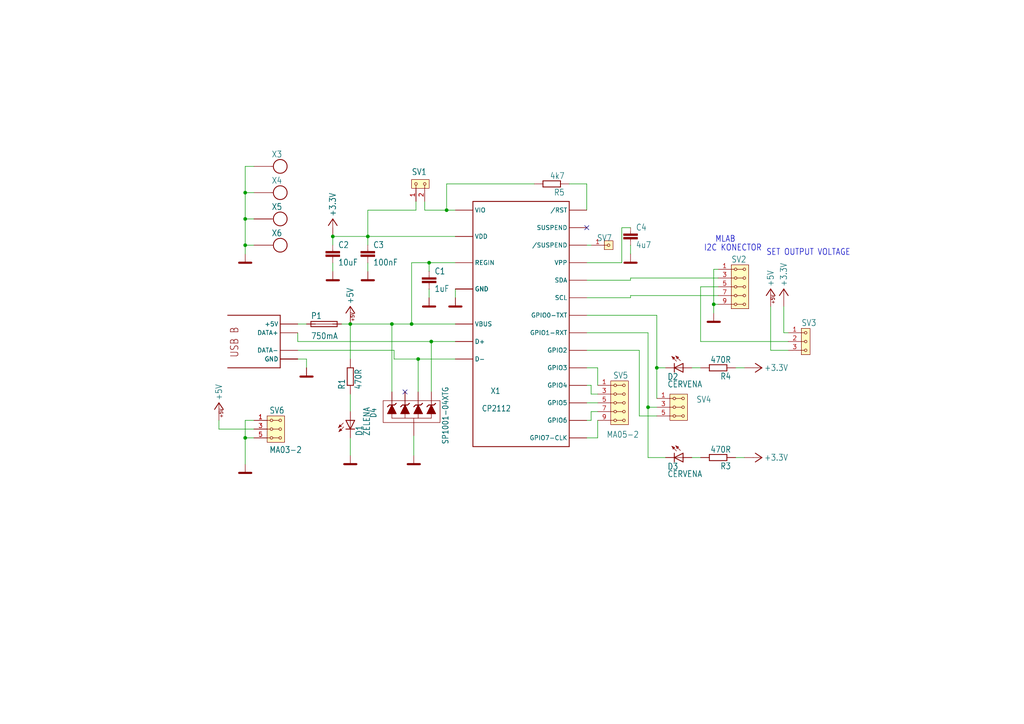
<source format=kicad_sch>
(kicad_sch (version 20211123) (generator eeschema)
  (paper "A4")
  (lib_symbols
    (symbol "MLAB_D:D_4xZENER" (pin_numbers hide) (pin_names (offset 1.016) hide)
      (property "Reference" "D" (at -10.16 3.81 0))
      (property "Value" "D_4xZENER" (at 7.62 -5.08 0))
      (symbol "D_4xZENER_0_1"
        (rectangle (start -7.62 2.54) (end 8.89 -3.81))
        (rectangle (start -5.08 -2.54) (end 1.27 -2.54))
        (rectangle (start -5.08 -1.27) (end -5.08 -2.54))
        (rectangle (start -1.27 -1.27) (end -1.27 -2.54))
        (polyline (pts (xy -5.08 1.27) (xy -3.81 -1.27) (xy -6.35 -1.27) (xy -5.08 1.27) (xy -5.08 1.27)) (fill (type outline)))
        (polyline (pts (xy -5.08 1.27) (xy -3.81 -1.27) (xy -6.35 -1.27) (xy -5.08 1.27) (xy -5.08 1.27)) (fill (type outline)))
        (polyline (pts (xy -5.08 1.27) (xy -3.81 -1.27) (xy -6.35 -1.27) (xy -5.08 1.27) (xy -5.08 1.27)) (fill (type outline)))
        (polyline (pts (xy -5.08 1.27) (xy -3.81 -1.27) (xy -6.35 -1.27) (xy -5.08 1.27) (xy -5.08 1.27)) (fill (type outline)))
        (polyline (pts (xy -3.81 1.778) (xy -4.318 1.27) (xy -5.842 1.27) (xy -6.35 0.762) (xy -6.35 0.762)) (stroke (width 0.2032)))
        (polyline (pts (xy -3.81 1.778) (xy -4.318 1.27) (xy -5.842 1.27) (xy -6.35 0.762) (xy -6.35 0.762)) (stroke (width 0.2032)))
        (polyline (pts (xy -3.81 1.778) (xy -4.318 1.27) (xy -5.842 1.27) (xy -6.35 0.762) (xy -6.35 0.762)) (stroke (width 0.2032)))
        (polyline (pts (xy -3.81 1.778) (xy -4.318 1.27) (xy -5.842 1.27) (xy -6.35 0.762) (xy -6.35 0.762)) (stroke (width 0.2032)))
        (polyline (pts (xy -1.27 1.27) (xy 0 -1.27) (xy -2.54 -1.27) (xy -1.27 1.27) (xy -1.27 1.27)) (fill (type outline)))
        (polyline (pts (xy -1.27 1.27) (xy 0 -1.27) (xy -2.54 -1.27) (xy -1.27 1.27) (xy -1.27 1.27)) (fill (type outline)))
        (polyline (pts (xy -1.27 1.27) (xy 0 -1.27) (xy -2.54 -1.27) (xy -1.27 1.27) (xy -1.27 1.27)) (fill (type outline)))
        (polyline (pts (xy -1.27 1.27) (xy 0 -1.27) (xy -2.54 -1.27) (xy -1.27 1.27) (xy -1.27 1.27)) (fill (type outline)))
        (polyline (pts (xy 0 1.778) (xy -0.508 1.27) (xy -2.032 1.27) (xy -2.54 0.762) (xy -2.54 0.762)) (stroke (width 0.2032)))
        (polyline (pts (xy 0 1.778) (xy -0.508 1.27) (xy -2.032 1.27) (xy -2.54 0.762) (xy -2.54 0.762)) (stroke (width 0.2032)))
        (polyline (pts (xy 0 1.778) (xy -0.508 1.27) (xy -2.032 1.27) (xy -2.54 0.762) (xy -2.54 0.762)) (stroke (width 0.2032)))
        (polyline (pts (xy 0 1.778) (xy -0.508 1.27) (xy -2.032 1.27) (xy -2.54 0.762) (xy -2.54 0.762)) (stroke (width 0.2032)))
        (polyline (pts (xy 2.54 1.27) (xy 3.81 -1.27) (xy 1.27 -1.27) (xy 2.54 1.27) (xy 2.54 1.27)) (fill (type outline)))
        (polyline (pts (xy 2.54 1.27) (xy 3.81 -1.27) (xy 1.27 -1.27) (xy 2.54 1.27) (xy 2.54 1.27)) (fill (type outline)))
        (polyline (pts (xy 2.54 1.27) (xy 3.81 -1.27) (xy 1.27 -1.27) (xy 2.54 1.27) (xy 2.54 1.27)) (fill (type outline)))
        (polyline (pts (xy 2.54 1.27) (xy 3.81 -1.27) (xy 1.27 -1.27) (xy 2.54 1.27) (xy 2.54 1.27)) (fill (type outline)))
        (polyline (pts (xy 3.81 1.778) (xy 3.302 1.27) (xy 1.778 1.27) (xy 1.27 0.762) (xy 1.27 0.762)) (stroke (width 0.2032)))
        (polyline (pts (xy 3.81 1.778) (xy 3.302 1.27) (xy 1.778 1.27) (xy 1.27 0.762) (xy 1.27 0.762)) (stroke (width 0.2032)))
        (polyline (pts (xy 3.81 1.778) (xy 3.302 1.27) (xy 1.778 1.27) (xy 1.27 0.762) (xy 1.27 0.762)) (stroke (width 0.2032)))
        (polyline (pts (xy 3.81 1.778) (xy 3.302 1.27) (xy 1.778 1.27) (xy 1.27 0.762) (xy 1.27 0.762)) (stroke (width 0.2032)))
        (polyline (pts (xy 6.35 1.27) (xy 7.62 -1.27) (xy 5.08 -1.27) (xy 6.35 1.27) (xy 6.35 1.27)) (fill (type outline)))
        (polyline (pts (xy 6.35 1.27) (xy 7.62 -1.27) (xy 5.08 -1.27) (xy 6.35 1.27) (xy 6.35 1.27)) (fill (type outline)))
        (polyline (pts (xy 6.35 1.27) (xy 7.62 -1.27) (xy 5.08 -1.27) (xy 6.35 1.27) (xy 6.35 1.27)) (fill (type outline)))
        (polyline (pts (xy 6.35 1.27) (xy 7.62 -1.27) (xy 5.08 -1.27) (xy 6.35 1.27) (xy 6.35 1.27)) (fill (type outline)))
        (polyline (pts (xy 7.62 1.778) (xy 7.112 1.27) (xy 5.588 1.27) (xy 5.08 0.762) (xy 5.08 0.762)) (stroke (width 0.2032)))
        (polyline (pts (xy 7.62 1.778) (xy 7.112 1.27) (xy 5.588 1.27) (xy 5.08 0.762) (xy 5.08 0.762)) (stroke (width 0.2032)))
        (polyline (pts (xy 7.62 1.778) (xy 7.112 1.27) (xy 5.588 1.27) (xy 5.08 0.762) (xy 5.08 0.762)) (stroke (width 0.2032)))
        (polyline (pts (xy 7.62 1.778) (xy 7.112 1.27) (xy 5.588 1.27) (xy 5.08 0.762) (xy 5.08 0.762)) (stroke (width 0.2032)))
        (rectangle (start 1.27 -2.54) (end 1.27 -3.81))
        (rectangle (start 2.54 -1.27) (end 2.54 -2.54))
        (rectangle (start 6.35 -2.54) (end 1.27 -2.54))
        (rectangle (start 6.35 -1.27) (end 6.35 -2.54))
      )
      (symbol "D_4xZENER_1_1"
        (pin passive line (at -5.08 5.08 270) (length 3.81) (name "~") (number "1"))
        (pin passive line (at 1.27 -7.62 90) (length 3.81) (name "~") (number "2"))
        (pin passive line (at -1.27 5.08 270) (length 3.81) (name "~") (number "3"))
        (pin passive line (at 2.54 5.08 270) (length 3.81) (name "~") (number "4"))
        (pin passive line (at 6.35 5.08 270) (length 3.81) (name "~") (number "5"))
      )
    )
    (symbol "MLAB_HEADER:HEADER_1x01" (pin_names (offset 1.016))
      (property "Reference" "J" (at 0 -2.54 0))
      (property "Value" "HEADER_1x01" (at 0 2.54 0))
      (symbol "HEADER_1x01_0_1"
        (rectangle (start -1.27 1.27) (end 1.27 -1.27) (fill (type background)))
        (polyline (pts (xy -1.27 0) (xy -0.381 0)))
        (circle (center 0 0) (radius 0.381))
      )
      (symbol "HEADER_1x01_1_1"
        (pin input line (at -5.08 0 0) (length 3.81) (name "~") (number "1"))
      )
    )
    (symbol "MLAB_HEADER:HEADER_1x02" (pin_names (offset 1.016))
      (property "Reference" "J" (at 0 -3.81 0))
      (property "Value" "HEADER_1x02" (at 0 3.81 0))
      (symbol "HEADER_1x02_0_1"
        (rectangle (start -1.27 2.54) (end 1.27 -2.54) (fill (type background)))
        (circle (center 0 -1.27) (radius 0.381))
        (polyline (pts (xy -1.27 -1.27) (xy -0.381 -1.27)))
        (polyline (pts (xy -1.27 1.27) (xy -0.381 1.27)))
        (circle (center 0 1.27) (radius 0.381))
      )
      (symbol "HEADER_1x02_1_1"
        (pin input line (at -5.08 1.27 0) (length 3.81) (name "~") (number "1"))
        (pin input line (at -5.08 -1.27 0) (length 3.81) (name "~") (number "2"))
      )
    )
    (symbol "MLAB_HEADER:HEADER_1x03" (pin_names (offset 1.016))
      (property "Reference" "J" (at 0 -5.08 0))
      (property "Value" "HEADER_1x03" (at 0 5.08 0))
      (symbol "HEADER_1x03_0_1"
        (rectangle (start -1.27 3.81) (end 1.27 -3.81) (fill (type background)))
        (circle (center 0 -2.54) (radius 0.381))
        (polyline (pts (xy -1.27 -2.54) (xy -0.381 -2.54)))
        (polyline (pts (xy -1.27 0) (xy -0.381 0)))
        (polyline (pts (xy -1.27 2.54) (xy -0.381 2.54)))
        (circle (center 0 0) (radius 0.381))
        (circle (center 0 2.54) (radius 0.381))
      )
      (symbol "HEADER_1x03_1_1"
        (pin input line (at -5.08 2.54 0) (length 3.81) (name "~") (number "1"))
        (pin input line (at -5.08 0 0) (length 3.81) (name "~") (number "2"))
        (pin input line (at -5.08 -2.54 0) (length 3.81) (name "~") (number "3"))
      )
    )
    (symbol "MLAB_HEADER:HEADER_2x03_PARALLEL" (pin_names (offset 1.016))
      (property "Reference" "J" (at 0 -5.08 0))
      (property "Value" "HEADER_2x03_PARALLEL" (at 0 5.08 0))
      (symbol "HEADER_2x03_PARALLEL_0_1"
        (rectangle (start -2.54 3.81) (end 2.54 -3.81) (fill (type background)))
        (circle (center -1.27 -2.54) (radius 0.381))
        (circle (center -1.27 0) (radius 0.381))
        (circle (center -1.27 2.54) (radius 0.381))
        (polyline (pts (xy -1.651 -2.54) (xy -2.54 -2.54)))
        (polyline (pts (xy -1.651 0) (xy -2.54 0)))
        (polyline (pts (xy -1.651 2.54) (xy -2.54 2.54)))
        (polyline (pts (xy -0.889 -2.54) (xy 0.889 -2.54)))
        (polyline (pts (xy -0.889 0) (xy 0.889 0)))
        (polyline (pts (xy -0.889 2.54) (xy 0.889 2.54)))
        (circle (center 1.27 -2.54) (radius 0.381))
        (circle (center 1.27 0) (radius 0.381))
        (circle (center 1.27 2.54) (radius 0.381))
      )
      (symbol "HEADER_2x03_PARALLEL_1_1"
        (pin input line (at -6.35 2.54 0) (length 3.81) (name "~") (number "1"))
        (pin input line (at -6.35 2.54 0) (length 3.81) hide (name "~") (number "2"))
        (pin input line (at -6.35 0 0) (length 3.81) (name "~") (number "3"))
        (pin input line (at -6.35 0 0) (length 3.81) hide (name "~") (number "4"))
        (pin input line (at -6.35 -2.54 0) (length 3.81) (name "~") (number "5"))
        (pin input line (at -6.35 -2.54 0) (length 3.81) hide (name "~") (number "6"))
      )
    )
    (symbol "MLAB_HEADER:HEADER_2x05_PARALLEL" (pin_names (offset 1.016))
      (property "Reference" "J" (at 0 -7.62 0))
      (property "Value" "HEADER_2x05_PARALLEL" (at 0 7.62 0))
      (symbol "HEADER_2x05_PARALLEL_0_1"
        (rectangle (start -2.54 6.35) (end 2.54 -6.35) (fill (type background)))
        (circle (center -1.27 -5.08) (radius 0.381))
        (circle (center -1.27 -2.54) (radius 0.381))
        (circle (center -1.27 0) (radius 0.381))
        (circle (center -1.27 2.54) (radius 0.381))
        (circle (center -1.27 5.08) (radius 0.381))
        (polyline (pts (xy -1.651 -5.08) (xy -2.54 -5.08)))
        (polyline (pts (xy -1.651 -2.54) (xy -2.54 -2.54)))
        (polyline (pts (xy -1.651 0) (xy -2.54 0)))
        (polyline (pts (xy -1.651 2.54) (xy -2.54 2.54)))
        (polyline (pts (xy -1.651 5.08) (xy -2.54 5.08)))
        (polyline (pts (xy -0.889 -5.08) (xy 0.889 -5.08)))
        (polyline (pts (xy -0.889 -2.54) (xy 0.889 -2.54)))
        (polyline (pts (xy -0.889 0) (xy 0.889 0)))
        (polyline (pts (xy -0.889 2.54) (xy 0.889 2.54)))
        (polyline (pts (xy -0.889 5.08) (xy 0.889 5.08)))
        (circle (center 1.27 -5.08) (radius 0.381))
        (circle (center 1.27 -2.54) (radius 0.381))
        (circle (center 1.27 0) (radius 0.381))
        (circle (center 1.27 2.54) (radius 0.381))
        (circle (center 1.27 5.08) (radius 0.381))
      )
      (symbol "HEADER_2x05_PARALLEL_1_1"
        (pin input line (at -6.35 5.08 0) (length 3.81) (name "~") (number "1"))
        (pin input line (at -6.35 -5.08 0) (length 3.81) hide (name "~") (number "10"))
        (pin input line (at -6.35 5.08 0) (length 3.81) hide (name "~") (number "2"))
        (pin input line (at -6.35 2.54 0) (length 3.81) (name "~") (number "3"))
        (pin input line (at -6.35 2.54 0) (length 3.81) hide (name "~") (number "4"))
        (pin input line (at -6.35 0 0) (length 3.81) (name "~") (number "5"))
        (pin input line (at -6.35 0 0) (length 3.81) hide (name "~") (number "6"))
        (pin input line (at -6.35 -2.54 0) (length 3.81) (name "~") (number "7"))
        (pin input line (at -6.35 -2.54 0) (length 3.81) hide (name "~") (number "8"))
        (pin input line (at -6.35 -5.08 0) (length 3.81) (name "~") (number "9"))
      )
    )
    (symbol "untitled-eagle-import:+3.3V" (power)
      (property "Value" "+3.3V" (at 0.9525 3.175 90))
      (symbol "+3.3V_1_0"
        (polyline (pts (xy -1.27 0.635) (xy 0 2.54)) (stroke (width 0.254)))
        (polyline (pts (xy 0 0.0001) (xy 0 2.54)) (stroke (width 0.1524)))
        (polyline (pts (xy 0 2.54) (xy 1.27 0.635)) (stroke (width 0.254)))
        (pin power_in line (at 0 -2.54 90) (length 2.54) (name "+3.3V") (number "1"))
      )
    )
    (symbol "untitled-eagle-import:+5V" (power)
      (property "Value" "+5V" (at 0.9525 3.175 90))
      (symbol "+5V_1_0"
        (polyline (pts (xy -1.27 0.635) (xy 0 2.54)) (stroke (width 0.254)))
        (polyline (pts (xy 0 0.0001) (xy 0 2.54)) (stroke (width 0.1524)))
        (polyline (pts (xy 0 2.54) (xy 1.27 0.635)) (stroke (width 0.254)))
        (text "+5V" (at 1.27 -1.905 900) (effects (font (size 1.016 0.8636)) (justify left bottom)))
        (pin power_in line (at 0 -2.54 90) (length 2.54) (name "+5V") (number "1"))
      )
    )
    (symbol "untitled-eagle-import:C0805"
      (property "Reference" "C" (at 1.524 1.651 0))
      (property "Value" "C0805" (at 1.524 -3.429 0))
      (symbol "C0805_1_0"
        (rectangle (start -2.032 -0.762) (end 2.032 -0.254) (fill (type outline)))
        (rectangle (start -2.032 0.254) (end 2.032 0.762) (fill (type outline)))
        (polyline (pts (xy 0 -1.27) (xy 0 -2.54)) (stroke (width 0.127)))
        (polyline (pts (xy 0 -1.27) (xy 0 -0.762)) (stroke (width 0.1524)))
        (polyline (pts (xy 0 1.27) (xy 0 0.762)) (stroke (width 0.1524)))
        (polyline (pts (xy 0 1.27) (xy 0 2.54)) (stroke (width 0.127)))
        (pin passive line (at 0 2.54 270) (length 0) (name "1") (number "1"))
        (pin passive line (at 0 -2.54 90) (length 0) (name "2") (number "2"))
      )
    )
    (symbol "untitled-eagle-import:CP2112"
      (property "Reference" "X" (at 63.5 30.48 0))
      (property "Value" "CP2112" (at 63.5 27.94 0))
      (symbol "CP2112_1_0"
        (polyline (pts (xy 60.96 -45.72) (xy 60.96 25.4)) (stroke (width 0.254)))
        (polyline (pts (xy 60.96 25.4) (xy 88.9 25.4)) (stroke (width 0.254)))
        (polyline (pts (xy 88.9 -45.72) (xy 60.96 -45.72)) (stroke (width 0.254)))
        (polyline (pts (xy 88.9 25.4) (xy 88.9 -45.72)) (stroke (width 0.254)))
        (pin bidirectional line (at 93.98 2.54 180) (length 5.08) (name "SDA") (number "P$1"))
        (pin bidirectional line (at 93.98 17.78 180) (length 5.08) (name "SUSPEND") (number "P$11"))
        (pin bidirectional line (at 93.98 -43.18 180) (length 5.08) (name "GPIO7-CLK") (number "P$12"))
        (pin bidirectional line (at 93.98 -38.1 180) (length 5.08) (name "GPIO6") (number "P$13"))
        (pin bidirectional line (at 93.98 -33.02 180) (length 5.08) (name "GPIO5") (number "P$14"))
        (pin bidirectional line (at 93.98 -27.94 180) (length 5.08) (name "GPIO4") (number "P$15"))
        (pin bidirectional line (at 93.98 7.62 180) (length 5.08) (name "VPP") (number "P$16"))
        (pin bidirectional line (at 93.98 12.7 180) (length 5.08) (name "/SUSPEND") (number "P$17"))
        (pin bidirectional line (at 55.88 0 0) (length 5.08) (name "GND") (number "P$2"))
        (pin bidirectional line (at 93.98 -22.86 180) (length 5.08) (name "GPIO3") (number "P$20"))
        (pin bidirectional line (at 93.98 -17.78 180) (length 5.08) (name "GPIO2") (number "P$21"))
        (pin bidirectional line (at 93.98 -12.7 180) (length 5.08) (name "GPIO1-RXT") (number "P$22"))
        (pin bidirectional line (at 93.98 -7.62 180) (length 5.08) (name "GPIO0-TXT") (number "P$23"))
        (pin bidirectional line (at 93.98 -2.54 180) (length 5.08) (name "SCL") (number "P$24"))
        (pin bidirectional line (at 55.88 0 0) (length 5.08) (name "GND") (number "P$25"))
        (pin bidirectional line (at 55.88 -15.24 0) (length 5.08) (name "D+") (number "P$3"))
        (pin bidirectional line (at 55.88 -20.32 0) (length 5.08) (name "D-") (number "P$4"))
        (pin bidirectional line (at 55.88 22.86 0) (length 5.08) (name "VIO") (number "P$5"))
        (pin bidirectional line (at 55.88 15.24 0) (length 5.08) (name "VDD") (number "P$6"))
        (pin bidirectional line (at 55.88 7.62 0) (length 5.08) (name "REGIN") (number "P$7"))
        (pin bidirectional line (at 55.88 -10.16 0) (length 5.08) (name "VBUS") (number "P$8"))
        (pin bidirectional line (at 93.98 22.86 180) (length 5.08) (name "/RST") (number "P$9"))
      )
    )
    (symbol "untitled-eagle-import:GND" (power)
      (symbol "GND_1_0"
        (polyline (pts (xy -1.7463 -2.5401) (xy 1.7463 -2.5401)) (stroke (width 0.6096)))
        (pin power_in line (at 0 0 270) (length 2.54) (name "GND") (number "1"))
      )
    )
    (symbol "untitled-eagle-import:LED1206_2"
      (property "Reference" "D" (at 3.556 -2.032 90))
      (property "Value" "LED1206_2" (at 5.715 -2.032 90))
      (symbol "LED1206_2_1_0"
        (polyline (pts (xy -2.032 1.778) (xy -3.429 0.381)) (stroke (width 0.1524)))
        (polyline (pts (xy -1.905 0.635) (xy -3.302 -0.762)) (stroke (width 0.1524)))
        (polyline (pts (xy 0 0) (xy -1.27 0)) (stroke (width 0.254)))
        (polyline (pts (xy 0 0) (xy -1.27 2.54)) (stroke (width 0.254)))
        (polyline (pts (xy 0 2.54) (xy -1.27 2.54)) (stroke (width 0.254)))
        (polyline (pts (xy 0 2.54) (xy 0 0)) (stroke (width 0.1524)))
        (polyline (pts (xy 1.27 0) (xy 0 0)) (stroke (width 0.254)))
        (polyline (pts (xy 1.27 2.54) (xy 0 0)) (stroke (width 0.254)))
        (polyline (pts (xy 1.27 2.54) (xy 0 2.54)) (stroke (width 0.254)))
        (polyline (pts (xy -3.429 0.381) (xy -3.048 1.27) (xy -2.54 0.762)) (fill (type outline)))
        (polyline (pts (xy -3.302 -0.762) (xy -2.921 0.127) (xy -2.413 -0.381)) (fill (type outline)))
        (pin passive line (at 0 5.08 270) (length 2.54) (name "A") (number "A"))
        (pin passive line (at 0 -2.54 90) (length 2.54) (name "C") (number "K"))
      )
    )
    (symbol "untitled-eagle-import:POJISTKA_1812"
      (property "Reference" "P" (at -3.81 1.397 0))
      (property "Value" "POJISTKA_1812" (at -3.81 -2.921 0))
      (symbol "POJISTKA_1812_1_0"
        (polyline (pts (xy -3.81 -0.762) (xy 3.81 -0.762)) (stroke (width 0.254)))
        (polyline (pts (xy -3.81 0.762) (xy -3.81 -0.762)) (stroke (width 0.254)))
        (polyline (pts (xy -2.54 0) (xy 2.54 0)) (stroke (width 0.1524)))
        (polyline (pts (xy 3.81 -0.762) (xy 3.81 0.762)) (stroke (width 0.254)))
        (polyline (pts (xy 3.81 0.762) (xy -3.81 0.762)) (stroke (width 0.254)))
        (pin passive line (at -5.08 0 0) (length 2.54) (name "1") (number "1"))
        (pin passive line (at 5.08 0 180) (length 2.54) (name "2") (number "2"))
      )
    )
    (symbol "untitled-eagle-import:R0805"
      (property "Reference" "R" (at -3.81 1.4986 0))
      (property "Value" "R0805" (at -3.81 -3.302 0))
      (symbol "R0805_1_0"
        (polyline (pts (xy -2.54 -0.889) (xy -2.54 0.889)) (stroke (width 0.254)))
        (polyline (pts (xy -2.54 -0.889) (xy 2.54 -0.889)) (stroke (width 0.254)))
        (polyline (pts (xy 2.54 -0.889) (xy 2.54 0.889)) (stroke (width 0.254)))
        (polyline (pts (xy 2.54 0.889) (xy -2.54 0.889)) (stroke (width 0.254)))
        (pin passive line (at -5.08 0 0) (length 2.54) (name "1") (number "1"))
        (pin passive line (at 5.08 0 180) (length 2.54) (name "2") (number "2"))
      )
    )
    (symbol "untitled-eagle-import:SROUB3M"
      (property "Reference" "X" (at -2.54 2.54 0))
      (symbol "SROUB3M_1_0"
        (polyline (pts (xy -2.54 0) (xy -2.032 0)) (stroke (width 0.1778)))
        (circle (center 0 0) (radius 2) (stroke (width 0.254)))
        (pin bidirectional line (at -7.62 0 0) (length 5.08) (name "P$1") (number "P$1"))
      )
    )
    (symbol "untitled-eagle-import:USB_B"
      (symbol "USB_B_1_0"
        (polyline (pts (xy 0 -7.62) (xy -15.24 -7.62)) (stroke (width 0.254)))
        (polyline (pts (xy 0 -7.62) (xy 0 7.62)) (stroke (width 0.254)))
        (polyline (pts (xy 0 7.62) (xy -15.24 7.62)) (stroke (width 0.254)))
        (text "USB B" (at -12 -4.7 900) (effects (font (size 2.1844 1.8567)) (justify left bottom)))
        (pin bidirectional line (at 5.08 5.08 180) (length 5.08) (name "+5V") (number "1"))
        (pin bidirectional line (at 5.08 -2.54 180) (length 5.08) (name "DATA-") (number "2"))
        (pin bidirectional line (at 5.08 2.54 180) (length 5.08) (name "DATA+") (number "3"))
        (pin bidirectional line (at 5.08 -5.08 180) (length 5.08) (name "GND") (number "4"))
        (pin bidirectional line (at 5.08 -5.08 180) (length 5.08) (name "GND") (number "GND"))
        (pin bidirectional line (at 5.08 -5.08 180) (length 5.08) (name "GND") (number "GND2"))
      )
    )
  )
  (junction (at 106.68 68.58))
  (junction (at 119.38 93.98))
  (junction (at 71.12 55.88))
  (junction (at 187.96 118.11))
  (junction (at 190.5 106.68))
  (junction (at 96.52 68.58))
  (junction (at 207.01 88.265))
  (junction (at 101.6 93.98))
  (junction (at 124.46 76.2))
  (junction (at 125.095 99.06))
  (junction (at 129.54 60.96))
  (junction (at 71.12 127))
  (junction (at 71.12 71.12))
  (junction (at 71.12 63.5))
  (junction (at 121.285 104.14))
  (junction (at 113.665 93.98))
  (no_connect (at 170.18 66.04))
  (no_connect (at 117.475 113.665))
  (wire (pts (xy 119.38 76.2) (xy 119.38 93.98)))
  (wire (pts (xy 101.6 119.38) (xy 101.6 114.3)))
  (wire (pts (xy 86.36 96.52) (xy 86.36 99.06)))
  (wire (pts (xy 215.9 132.715) (xy 213.36 132.715)))
  (wire (pts (xy 207.01 90.805) (xy 207.01 88.265)))
  (wire (pts (xy 121.285 113.665) (xy 121.285 104.14)))
  (wire (pts (xy 106.68 71.12) (xy 106.68 68.58)))
  (wire (pts (xy 73.66 127) (xy 71.12 127)))
  (wire (pts (xy 123.19 60.96) (xy 123.19 58.42)))
  (wire (pts (xy 73.66 71.12) (xy 71.12 71.12)))
  (wire (pts (xy 173.355 106.68) (xy 173.355 111.76)))
  (wire (pts (xy 228.6 101.6) (xy 223.52 101.6)))
  (wire (pts (xy 73.66 121.92) (xy 71.12 121.92)))
  (wire (pts (xy 101.6 93.98) (xy 113.665 93.98)))
  (wire (pts (xy 123.19 60.96) (xy 129.54 60.96)))
  (wire (pts (xy 180.34 66.04) (xy 180.34 76.2)))
  (wire (pts (xy 121.285 104.14) (xy 132.08 104.14)))
  (wire (pts (xy 187.96 96.52) (xy 187.96 118.11)))
  (wire (pts (xy 71.12 55.88) (xy 71.12 63.5)))
  (wire (pts (xy 170.18 96.52) (xy 187.96 96.52)))
  (wire (pts (xy 113.665 93.98) (xy 119.38 93.98)))
  (wire (pts (xy 223.52 88.9) (xy 223.52 101.6)))
  (wire (pts (xy 106.68 68.58) (xy 96.52 68.58)))
  (wire (pts (xy 182.88 81.28) (xy 170.18 81.28)))
  (wire (pts (xy 99.06 93.98) (xy 101.6 93.98)))
  (wire (pts (xy 113.665 113.665) (xy 113.665 93.98)))
  (wire (pts (xy 88.9 104.14) (xy 88.9 106.68)))
  (wire (pts (xy 101.6 93.98) (xy 101.6 104.14)))
  (wire (pts (xy 170.18 76.2) (xy 180.34 76.2)))
  (wire (pts (xy 114.3 104.14) (xy 121.285 104.14)))
  (wire (pts (xy 227.33 96.52) (xy 228.6 96.52)))
  (wire (pts (xy 171.45 121.92) (xy 170.18 121.92)))
  (wire (pts (xy 182.88 85.725) (xy 182.88 86.36)))
  (wire (pts (xy 71.12 48.26) (xy 71.12 55.88)))
  (wire (pts (xy 124.46 76.2) (xy 119.38 76.2)))
  (wire (pts (xy 173.355 114.3) (xy 171.45 114.3)))
  (wire (pts (xy 63.5 124.46) (xy 63.5 121.92)))
  (wire (pts (xy 73.66 55.88) (xy 71.12 55.88)))
  (wire (pts (xy 124.46 86.36) (xy 124.46 83.82)))
  (wire (pts (xy 86.36 101.6) (xy 114.3 101.6)))
  (wire (pts (xy 71.12 71.12) (xy 71.12 73.66)))
  (wire (pts (xy 190.5 120.65) (xy 185.42 120.65)))
  (wire (pts (xy 129.54 53.34) (xy 129.54 60.96)))
  (wire (pts (xy 125.095 99.06) (xy 132.08 99.06)))
  (wire (pts (xy 182.88 71.12) (xy 182.88 73.66)))
  (wire (pts (xy 203.2 132.715) (xy 200.66 132.715)))
  (wire (pts (xy 170.18 71.12) (xy 171.45 71.12)))
  (wire (pts (xy 132.08 60.96) (xy 129.54 60.96)))
  (wire (pts (xy 132.08 68.58) (xy 106.68 68.58)))
  (wire (pts (xy 119.38 93.98) (xy 132.08 93.98)))
  (wire (pts (xy 182.88 86.36) (xy 170.18 86.36)))
  (wire (pts (xy 132.08 86.36) (xy 132.08 83.82)))
  (wire (pts (xy 215.9 106.68) (xy 213.36 106.68)))
  (wire (pts (xy 73.66 124.46) (xy 63.5 124.46)))
  (wire (pts (xy 203.2 83.185) (xy 208.28 83.185)))
  (wire (pts (xy 170.18 127) (xy 173.355 127)))
  (wire (pts (xy 88.9 93.98) (xy 86.36 93.98)))
  (wire (pts (xy 193.04 106.68) (xy 190.5 106.68)))
  (wire (pts (xy 173.355 127) (xy 173.355 121.92)))
  (wire (pts (xy 71.12 121.92) (xy 71.12 127)))
  (wire (pts (xy 187.96 118.11) (xy 187.96 132.715)))
  (wire (pts (xy 190.5 118.11) (xy 187.96 118.11)))
  (wire (pts (xy 182.88 66.04) (xy 180.34 66.04)))
  (wire (pts (xy 71.12 127) (xy 71.12 134.62)))
  (wire (pts (xy 208.28 88.265) (xy 207.01 88.265)))
  (wire (pts (xy 170.18 101.6) (xy 185.42 101.6)))
  (wire (pts (xy 171.45 111.76) (xy 170.18 111.76)))
  (wire (pts (xy 165.1 53.34) (xy 170.18 53.34)))
  (wire (pts (xy 208.28 80.645) (xy 182.88 80.645)))
  (wire (pts (xy 208.28 85.725) (xy 182.88 85.725)))
  (wire (pts (xy 173.355 119.38) (xy 171.45 119.38)))
  (wire (pts (xy 120.015 126.365) (xy 120.015 132.08)))
  (wire (pts (xy 170.18 53.34) (xy 170.18 60.96)))
  (wire (pts (xy 203.2 99.06) (xy 203.2 83.185)))
  (wire (pts (xy 154.94 53.34) (xy 129.54 53.34)))
  (wire (pts (xy 190.5 106.68) (xy 190.5 115.57)))
  (wire (pts (xy 125.095 113.665) (xy 125.095 99.06)))
  (wire (pts (xy 73.66 63.5) (xy 71.12 63.5)))
  (wire (pts (xy 124.46 78.74) (xy 124.46 76.2)))
  (wire (pts (xy 114.3 101.6) (xy 114.3 104.14)))
  (wire (pts (xy 182.88 80.645) (xy 182.88 81.28)))
  (wire (pts (xy 96.52 78.74) (xy 96.52 76.2)))
  (wire (pts (xy 208.28 78.105) (xy 207.01 78.105)))
  (wire (pts (xy 120.65 60.96) (xy 120.65 58.42)))
  (wire (pts (xy 86.36 99.06) (xy 125.095 99.06)))
  (wire (pts (xy 101.6 132.08) (xy 101.6 127)))
  (wire (pts (xy 171.45 114.3) (xy 171.45 111.76)))
  (wire (pts (xy 96.52 68.58) (xy 96.52 71.12)))
  (wire (pts (xy 200.66 106.68) (xy 203.2 106.68)))
  (wire (pts (xy 207.01 88.265) (xy 207.01 78.105)))
  (wire (pts (xy 73.66 48.26) (xy 71.12 48.26)))
  (wire (pts (xy 106.68 60.96) (xy 106.68 68.58)))
  (wire (pts (xy 106.68 60.96) (xy 120.65 60.96)))
  (wire (pts (xy 190.5 91.44) (xy 190.5 106.68)))
  (wire (pts (xy 106.68 78.74) (xy 106.68 76.2)))
  (wire (pts (xy 170.18 116.84) (xy 173.355 116.84)))
  (wire (pts (xy 170.18 106.68) (xy 173.355 106.68)))
  (wire (pts (xy 86.36 104.14) (xy 88.9 104.14)))
  (wire (pts (xy 171.45 119.38) (xy 171.45 121.92)))
  (wire (pts (xy 203.2 99.06) (xy 228.6 99.06)))
  (wire (pts (xy 170.18 91.44) (xy 190.5 91.44)))
  (wire (pts (xy 71.12 63.5) (xy 71.12 71.12)))
  (wire (pts (xy 132.08 76.2) (xy 124.46 76.2)))
  (wire (pts (xy 193.04 132.715) (xy 187.96 132.715)))
  (wire (pts (xy 185.42 101.6) (xy 185.42 120.65)))
  (wire (pts (xy 227.33 88.9) (xy 227.33 96.52)))
  (text "MLAB" (at 213.36 70.485 180) (effects (font (size 1.778 1.5113)) (justify right bottom)))
  (text "I2C KONECTOR" (at 220.98 73.025 180) (effects (font (size 1.778 1.5113)) (justify right bottom)))
  (text "SET OUTPUT VOLTAGE" (at 222.25 74.295 180) (effects (font (size 1.778 1.5113)) (justify left bottom)))
  (symbol (lib_id "untitled-eagle-import:C0805") (at 96.52 73.66 0) (unit 1)
    (property "Reference" "C2" (at 98.044 72.009 0) (effects (font (size 1.778 1.5113)) (justify left bottom)))
    (property "Value" "10uF" (at 98.044 77.089 0) (effects (font (size 1.778 1.5113)) (justify left bottom)))
    (property "Footprint" "Capacitor_SMD:C_0805_2012Metric" (effects hide))
    (property "UST_ID" "5c70984812875079b91f8bbd" (effects hide))
  )
  (symbol (lib_id "untitled-eagle-import:SROUB3M") (at 81.28 71.12 0) (unit 1)
    (property "Reference" "X6" (at 78.74 68.58 0) (effects (font (size 1.778 1.5113)) (justify left bottom)))
    (property "Value" "SROUB3M" (effects hide))
    (property "Footprint" "untitled:SROUB3M" (effects hide))
  )
  (symbol (lib_id "untitled-eagle-import:R0805") (at 160.02 53.34 180) (unit 1)
    (property "Reference" "R5" (at 163.83 54.8386 0) (effects (font (size 1.778 1.5113)) (justify left bottom)))
    (property "Value" "4k7" (at 163.83 50.038 0) (effects (font (size 1.778 1.5113)) (justify left bottom)))
    (property "Footprint" "untitled:0805" (effects hide))
    (property "UST_ID" "5c70984612875079b91f8995" (effects hide))
  )
  (symbol (lib_id "untitled-eagle-import:SROUB3M") (at 81.28 63.5 0) (unit 1)
    (property "Reference" "X5" (at 78.74 60.96 0) (effects (font (size 1.778 1.5113)) (justify left bottom)))
    (property "Value" "SROUB3M" (effects hide))
    (property "Footprint" "untitled:SROUB3M" (effects hide))
  )
  (symbol (lib_id "untitled-eagle-import:USB_B") (at 81.28 99.06 0) (unit 1)
    (property "Reference" "X2" (effects hide))
    (property "Value" "USB_B" (effects hide))
    (property "Footprint" "untitled:USB_B" (effects hide))
    (property "UST_ID" "5c70984412875079b91f87a8" (effects hide))
  )
  (symbol (lib_id "untitled-eagle-import:LED1206_2") (at 195.58 106.68 270) (unit 1)
    (property "Reference" "D2" (at 193.548 110.236 90) (effects (font (size 1.778 1.5113)) (justify left bottom)))
    (property "Value" "CERVENA" (at 193.548 112.395 90) (effects (font (size 1.778 1.5113)) (justify left bottom)))
    (property "Footprint" "untitled:1206_2" (effects hide))
    (property "UST_ID" "5c70984412875079b91f8896" (effects hide))
  )
  (symbol (lib_id "untitled-eagle-import:GND") (at 71.12 134.62 0) (unit 1)
    (property "Reference" "#U$018" (effects hide))
    (property "Value" "GND" (effects hide))
    (property "Footprint" "untitled:" (effects hide))
  )
  (symbol (lib_id "MLAB_HEADER:HEADER_2x03_PARALLEL") (at 196.85 118.11 0) (unit 1)
    (property "Reference" "SV4" (at 201.93 116.84 0) (effects (font (size 1.778 1.5113)) (justify left bottom)))
    (property "Value" "MA03-2" (effects hide))
    (property "Footprint" "untitled:MA03-2" (effects hide))
  )
  (symbol (lib_id "untitled-eagle-import:+3.3V") (at 96.52 66.04 0) (unit 1)
    (property "Reference" "#U$010" (effects hide))
    (property "Value" "+3.3V" (at 97.4725 62.865 90) (effects (font (size 1.778 1.5113)) (justify left bottom)))
    (property "Footprint" "untitled:" (effects hide))
  )
  (symbol (lib_id "MLAB_HEADER:HEADER_1x03") (at 233.68 99.06 0) (unit 1)
    (property "Reference" "SV3" (at 232.41 94.615 0) (effects (font (size 1.778 1.5113)) (justify left bottom)))
    (property "Value" "MA03-1" (effects hide))
    (property "Footprint" "untitled:MA03-1" (effects hide))
  )
  (symbol (lib_id "untitled-eagle-import:R0805") (at 208.28 106.68 180) (unit 1)
    (property "Reference" "R4" (at 212.09 108.1786 0) (effects (font (size 1.778 1.5113)) (justify left bottom)))
    (property "Value" "470R" (at 212.09 103.378 0) (effects (font (size 1.778 1.5113)) (justify left bottom)))
    (property "Footprint" "untitled:0805" (effects hide))
    (property "UST_ID" "5c70984512875079b91f8986" (effects hide))
  )
  (symbol (lib_id "untitled-eagle-import:GND") (at 88.9 106.68 0) (unit 1)
    (property "Reference" "#U$01" (effects hide))
    (property "Value" "GND" (effects hide))
    (property "Footprint" "untitled:" (effects hide))
  )
  (symbol (lib_id "untitled-eagle-import:SROUB3M") (at 81.28 55.88 0) (unit 1)
    (property "Reference" "X4" (at 78.74 53.34 0) (effects (font (size 1.778 1.5113)) (justify left bottom)))
    (property "Value" "SROUB3M" (effects hide))
    (property "Footprint" "untitled:SROUB3M" (effects hide))
  )
  (symbol (lib_id "MLAB_HEADER:HEADER_1x02") (at 121.92 53.34 90) (unit 1)
    (property "Reference" "SV1" (at 123.825 48.895 90) (effects (font (size 1.778 1.5113)) (justify left bottom)))
    (property "Value" "MA02-1" (effects hide))
    (property "Footprint" "untitled:MA02-1" (effects hide))
  )
  (symbol (lib_id "untitled-eagle-import:C0805") (at 182.88 68.58 0) (unit 1)
    (property "Reference" "C4" (at 184.404 66.929 0) (effects (font (size 1.778 1.5113)) (justify left bottom)))
    (property "Value" "4u7" (at 184.404 72.009 0) (effects (font (size 1.778 1.5113)) (justify left bottom)))
    (property "Footprint" "Capacitor_SMD:C_0805_2012Metric" (effects hide))
    (property "UST_ID" "5e3ff8fc1287502a33bad7a3" (effects hide))
  )
  (symbol (lib_id "MLAB_HEADER:HEADER_2x05_PARALLEL") (at 214.63 83.185 0) (unit 1)
    (property "Reference" "SV2" (at 212.09 76.2 0) (effects (font (size 1.778 1.5113)) (justify left bottom)))
    (property "Value" "MA05-2" (effects hide))
    (property "Footprint" "untitled:MA05-2" (effects hide))
  )
  (symbol (lib_id "untitled-eagle-import:SROUB3M") (at 81.28 48.26 0) (unit 1)
    (property "Reference" "X3" (at 78.74 45.72 0) (effects (font (size 1.778 1.5113)) (justify left bottom)))
    (property "Value" "SROUB3M" (effects hide))
    (property "Footprint" "untitled:SROUB3M" (effects hide))
  )
  (symbol (lib_id "untitled-eagle-import:+5V") (at 63.5 119.38 0) (unit 1)
    (property "Reference" "#U$017" (effects hide))
    (property "Value" "+5V" (at 64.4525 116.205 90) (effects (font (size 1.778 1.5113)) (justify left bottom)))
    (property "Footprint" "untitled:" (effects hide))
  )
  (symbol (lib_id "MLAB_HEADER:HEADER_2x03_PARALLEL") (at 80.01 124.46 0) (unit 1)
    (property "Reference" "SV6" (at 78.105 120.015 0) (effects (font (size 1.778 1.5113)) (justify left bottom)))
    (property "Value" "MA03-2" (at 78.105 131.445 0) (effects (font (size 1.778 1.5113)) (justify left bottom)))
    (property "Footprint" "untitled:MA03-2" (effects hide))
  )
  (symbol (lib_id "untitled-eagle-import:+5V") (at 101.6 91.44 0) (unit 1)
    (property "Reference" "#U$012" (effects hide))
    (property "Value" "+5V" (at 102.5525 88.265 90) (effects (font (size 1.778 1.5113)) (justify left bottom)))
    (property "Footprint" "untitled:" (effects hide))
  )
  (symbol (lib_id "untitled-eagle-import:POJISTKA_1812") (at 93.98 93.98 0) (unit 1)
    (property "Reference" "P1" (at 90.17 92.583 0) (effects (font (size 1.778 1.5113)) (justify left bottom)))
    (property "Value" "750mA" (at 90.17 98.425 0) (effects (font (size 1.778 1.5113)) (justify left bottom)))
    (property "Footprint" "untitled:1812" (effects hide))
    (property "UST_ID" "5c70984512875079b91f88d2" (effects hide))
  )
  (symbol (lib_id "untitled-eagle-import:R0805") (at 101.6 109.22 90) (unit 1)
    (property "Reference" "R1" (at 100.1014 113.03 0) (effects (font (size 1.778 1.5113)) (justify left bottom)))
    (property "Value" "470R" (at 104.902 113.03 0) (effects (font (size 1.778 1.5113)) (justify left bottom)))
    (property "Footprint" "untitled:0805" (effects hide))
    (property "UST_ID" "5c70984512875079b91f8986" (effects hide))
  )
  (symbol (lib_id "untitled-eagle-import:R0805") (at 208.28 132.715 180) (unit 1)
    (property "Reference" "R3" (at 212.09 134.2136 0) (effects (font (size 1.778 1.5113)) (justify left bottom)))
    (property "Value" "470R" (at 212.09 129.413 0) (effects (font (size 1.778 1.5113)) (justify left bottom)))
    (property "Footprint" "untitled:0805" (effects hide))
    (property "UST_ID" "5c70984512875079b91f8986" (effects hide))
  )
  (symbol (lib_id "untitled-eagle-import:C0805") (at 124.46 81.28 0) (unit 1)
    (property "Reference" "C1" (at 125.984 79.629 0) (effects (font (size 1.778 1.5113)) (justify left bottom)))
    (property "Value" "1uF" (at 125.984 84.709 0) (effects (font (size 1.778 1.5113)) (justify left bottom)))
    (property "Footprint" "Capacitor_SMD:C_0805_2012Metric" (effects hide))
    (property "UST_ID" "5c70984712875079b91f8b50" (effects hide))
  )
  (symbol (lib_id "MLAB_HEADER:HEADER_2x05_PARALLEL") (at 179.705 116.84 0) (unit 1)
    (property "Reference" "SV5" (at 177.8 109.855 0) (effects (font (size 1.778 1.5113)) (justify left bottom)))
    (property "Value" "MA05-2" (at 175.895 127 0) (effects (font (size 1.778 1.5113)) (justify left bottom)))
    (property "Footprint" "untitled:MA05-2" (effects hide))
  )
  (symbol (lib_id "untitled-eagle-import:+3.3V") (at 218.44 132.715 270) (unit 1)
    (property "Reference" "#U$015" (effects hide))
    (property "Value" "+3.3V" (at 221.615 133.6675 90) (effects (font (size 1.778 1.5113)) (justify left bottom)))
    (property "Footprint" "untitled:" (effects hide))
  )
  (symbol (lib_id "untitled-eagle-import:GND") (at 124.46 86.36 0) (unit 1)
    (property "Reference" "#U$07" (effects hide))
    (property "Value" "GND" (effects hide))
    (property "Footprint" "untitled:" (effects hide))
  )
  (symbol (lib_id "untitled-eagle-import:+3.3V") (at 227.33 86.36 0) (unit 1)
    (property "Reference" "#U$011" (effects hide))
    (property "Value" "+3.3V" (at 228.2825 83.185 90) (effects (font (size 1.778 1.5113)) (justify left bottom)))
    (property "Footprint" "untitled:" (effects hide))
  )
  (symbol (lib_id "MLAB_HEADER:HEADER_1x01") (at 176.53 71.12 0) (unit 1)
    (property "Reference" "SV7" (at 173.101 69.977 0) (effects (font (size 1.778 1.5113)) (justify left bottom)))
    (property "Value" "MA01-1" (effects hide))
    (property "Footprint" "untitled:MA01-1" (effects hide))
  )
  (symbol (lib_id "MLAB_D:D_4xZENER") (at 118.745 118.745 0) (unit 1)
    (property "Reference" "D4" (at 109.22 121.285 90) (effects (font (size 1.6764 1.4249)) (justify left bottom)))
    (property "Value" "SP1001-04XTG" (at 128.27 128.9051 90) (effects (font (size 1.6764 1.4249)) (justify left top)))
    (property "Footprint" "untitled:SOT553" (effects hide))
    (property "UST_ID" "5c70984512875079b91f88cc" (effects hide))
  )
  (symbol (lib_id "untitled-eagle-import:+3.3V") (at 218.44 106.68 270) (unit 1)
    (property "Reference" "#U$014" (effects hide))
    (property "Value" "+3.3V" (at 221.615 107.6325 90) (effects (font (size 1.778 1.5113)) (justify left bottom)))
    (property "Footprint" "untitled:" (effects hide))
  )
  (symbol (lib_id "untitled-eagle-import:GND") (at 71.12 73.66 0) (unit 1)
    (property "Reference" "#U$016" (effects hide))
    (property "Value" "GND" (effects hide))
    (property "Footprint" "untitled:" (effects hide))
  )
  (symbol (lib_id "untitled-eagle-import:GND") (at 106.68 78.74 0) (unit 1)
    (property "Reference" "#U$05" (effects hide))
    (property "Value" "GND" (effects hide))
    (property "Footprint" "untitled:" (effects hide))
  )
  (symbol (lib_id "untitled-eagle-import:GND") (at 207.01 90.805 0) (unit 1)
    (property "Reference" "#U$09" (effects hide))
    (property "Value" "GND" (effects hide))
    (property "Footprint" "untitled:" (effects hide))
  )
  (symbol (lib_id "untitled-eagle-import:GND") (at 96.52 78.74 0) (unit 1)
    (property "Reference" "#U$04" (effects hide))
    (property "Value" "GND" (effects hide))
    (property "Footprint" "untitled:" (effects hide))
  )
  (symbol (lib_id "untitled-eagle-import:C0805") (at 106.68 73.66 0) (unit 1)
    (property "Reference" "C3" (at 108.204 72.009 0) (effects (font (size 1.778 1.5113)) (justify left bottom)))
    (property "Value" "100nF" (at 108.204 77.089 0) (effects (font (size 1.778 1.5113)) (justify left bottom)))
    (property "Footprint" "Capacitor_SMD:C_0805_2012Metric" (effects hide))
    (property "UST_ID" "5c70984712875079b91f8b4c" (effects hide))
  )
  (symbol (lib_id "untitled-eagle-import:GND") (at 101.6 132.08 0) (unit 1)
    (property "Reference" "#U$03" (effects hide))
    (property "Value" "GND" (effects hide))
    (property "Footprint" "untitled:" (effects hide))
  )
  (symbol (lib_id "untitled-eagle-import:CP2112") (at 76.2 83.82 0) (unit 1)
    (property "Reference" "X1" (at 142.24 114.3 0) (effects (font (size 1.6764 1.4249)) (justify left bottom)))
    (property "Value" "CP2112" (at 139.7 119.38 0) (effects (font (size 1.6764 1.4249)) (justify left bottom)))
    (property "Footprint" "untitled:QFN-24" (effects hide))
    (property "UST_ID" "5c70984612875079b91f89b2" (effects hide))
  )
  (symbol (lib_id "untitled-eagle-import:+5V") (at 223.52 86.36 0) (unit 1)
    (property "Reference" "#U$013" (effects hide))
    (property "Value" "+5V" (at 224.4725 83.185 90) (effects (font (size 1.778 1.5113)) (justify left bottom)))
    (property "Footprint" "untitled:" (effects hide))
  )
  (symbol (lib_id "untitled-eagle-import:GND") (at 120.015 132.08 0) (unit 1)
    (property "Reference" "#U$02" (effects hide))
    (property "Value" "GND" (effects hide))
    (property "Footprint" "untitled:" (effects hide))
  )
  (symbol (lib_id "untitled-eagle-import:LED1206_2") (at 101.6 124.46 0) (unit 1)
    (property "Reference" "D1" (at 105.156 126.492 90) (effects (font (size 1.778 1.5113)) (justify left bottom)))
    (property "Value" "ZELENA" (at 107.315 126.492 90) (effects (font (size 1.778 1.5113)) (justify left bottom)))
    (property "Footprint" "untitled:1206_2" (effects hide))
    (property "UST_ID" "5c70984412875079b91f8895" (effects hide))
  )
  (symbol (lib_id "untitled-eagle-import:GND") (at 182.88 73.66 0) (unit 1)
    (property "Reference" "#U$08" (effects hide))
    (property "Value" "GND" (effects hide))
    (property "Footprint" "untitled:" (effects hide))
  )
  (symbol (lib_id "untitled-eagle-import:GND") (at 132.08 86.36 0) (unit 1)
    (property "Reference" "#U$06" (effects hide))
    (property "Value" "GND" (effects hide))
    (property "Footprint" "untitled:" (effects hide))
  )
  (symbol (lib_id "untitled-eagle-import:LED1206_2") (at 195.58 132.715 270) (unit 1)
    (property "Reference" "D3" (at 193.548 136.271 90) (effects (font (size 1.778 1.5113)) (justify left bottom)))
    (property "Value" "CERVENA" (at 193.548 138.43 90) (effects (font (size 1.778 1.5113)) (justify left bottom)))
    (property "Footprint" "untitled:1206_2" (effects hide))
    (property "UST_ID" "5c70984412875079b91f8896" (effects hide))
  )
)
</source>
